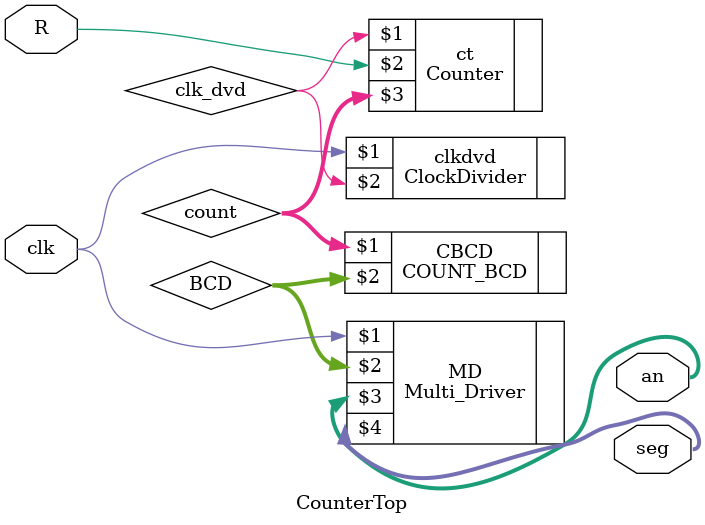
<source format=v>
`timescale 1ns / 1ps


module CounterTop(
    input clk, input R, output [3:0] an, output [7:0] seg
    );
    
    
    wire clk_dvd;
    ClockDivider clkdvd(clk, clk_dvd);
    
    wire [11:0] count;
    Counter ct(clk_dvd, R, count);
    
    wire [15:0] BCD;
    COUNT_BCD CBCD(count, BCD);
    
    Multi_Driver MD(clk, BCD, an, seg);
    
    
endmodule

</source>
